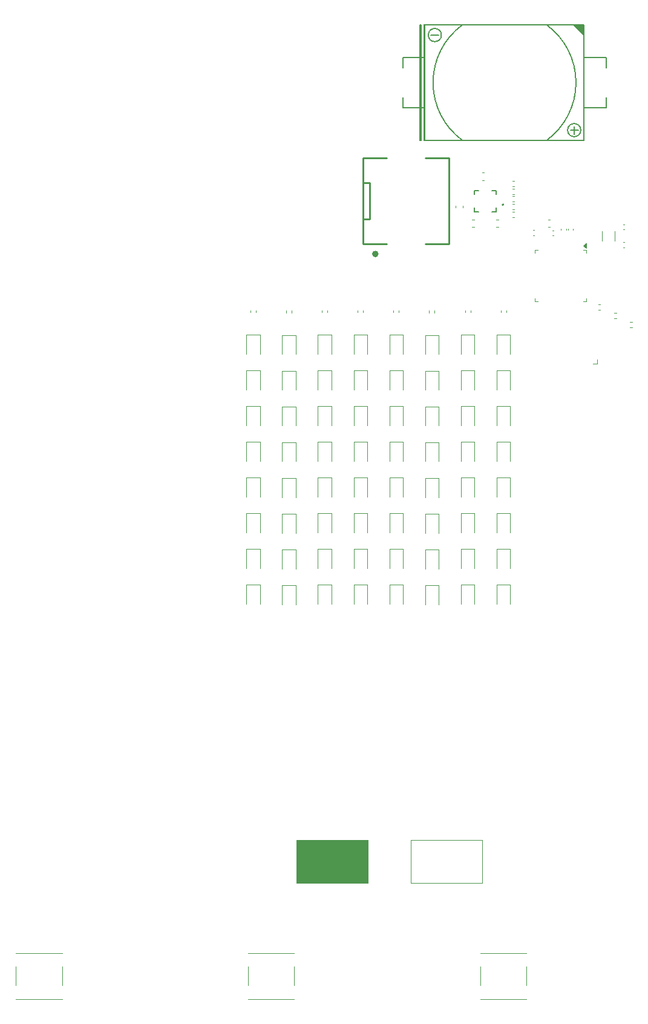
<source format=gbr>
%TF.GenerationSoftware,KiCad,Pcbnew,8.0.6*%
%TF.CreationDate,2024-10-30T01:37:24+00:00*%
%TF.ProjectId,Chirstmas-Card,43686972-7374-46d6-9173-2d436172642e,rev?*%
%TF.SameCoordinates,Original*%
%TF.FileFunction,Legend,Top*%
%TF.FilePolarity,Positive*%
%FSLAX46Y46*%
G04 Gerber Fmt 4.6, Leading zero omitted, Abs format (unit mm)*
G04 Created by KiCad (PCBNEW 8.0.6) date 2024-10-30 01:37:24*
%MOMM*%
%LPD*%
G01*
G04 APERTURE LIST*
%ADD10C,0.100000*%
%ADD11C,0.500000*%
%ADD12C,0.254000*%
%ADD13C,0.120000*%
%ADD14C,0.127000*%
%ADD15C,0.200000*%
%ADD16C,0.152000*%
%ADD17C,0.152500*%
%ADD18C,0.000000*%
G04 APERTURE END LIST*
D10*
X112000000Y-149000000D02*
X122000000Y-149000000D01*
X122000000Y-155000000D01*
X112000000Y-155000000D01*
X112000000Y-149000000D01*
X96000000Y-149000000D02*
X106000000Y-149000000D01*
X106000000Y-155000000D01*
X96000000Y-155000000D01*
X96000000Y-149000000D01*
G36*
X96000000Y-149000000D02*
G01*
X106000000Y-149000000D01*
X106000000Y-155000000D01*
X96000000Y-155000000D01*
X96000000Y-149000000D01*
G37*
D11*
%TO.C,LS1*%
X107275000Y-66975000D02*
G75*
G02*
X106875000Y-66975000I-200000J0D01*
G01*
X106875000Y-66975000D02*
G75*
G02*
X107275000Y-66975000I200000J0D01*
G01*
D12*
X105375000Y-53575000D02*
X105375000Y-65575000D01*
X105375000Y-57040000D02*
X106275000Y-57040000D01*
X105375000Y-65575000D02*
X108644000Y-65575000D01*
X106275000Y-57040000D02*
X106275000Y-62075000D01*
X106275000Y-62075000D02*
X105375000Y-62075000D01*
X108644000Y-53575000D02*
X105375000Y-53575000D01*
X114106000Y-65575000D02*
X117375000Y-65575000D01*
X117375000Y-53575000D02*
X114106000Y-53575000D01*
X117375000Y-65575000D02*
X117375000Y-53575000D01*
D13*
%TO.C,R16*%
X126243859Y-61045000D02*
X126551141Y-61045000D01*
X126243859Y-61805000D02*
X126551141Y-61805000D01*
%TO.C,R15*%
X126551141Y-60730000D02*
X126243859Y-60730000D01*
X126551141Y-59970000D02*
X126243859Y-59970000D01*
%TO.C,Y1*%
X140550000Y-63775000D02*
X140550000Y-65125000D01*
X138800000Y-63775000D02*
X138800000Y-65125000D01*
D14*
%TO.C,U1*%
X123950000Y-61075000D02*
X123950000Y-60525000D01*
X123950000Y-61075000D02*
X123400000Y-61075000D01*
X123950000Y-58075000D02*
X123950000Y-58625000D01*
X123950000Y-58075000D02*
X123400000Y-58075000D01*
X120950000Y-61075000D02*
X121500000Y-61075000D01*
X120950000Y-61075000D02*
X120950000Y-60525000D01*
X120950000Y-58075000D02*
X121500000Y-58075000D01*
X120950000Y-58075000D02*
X120950000Y-58625000D01*
D15*
X125020000Y-60075000D02*
G75*
G02*
X124820000Y-60075000I-100000J0D01*
G01*
X124820000Y-60075000D02*
G75*
G02*
X125020000Y-60075000I100000J0D01*
G01*
D13*
%TO.C,SW3*%
X128230000Y-171230000D02*
X121770000Y-171230000D01*
X128230000Y-171200000D02*
X128230000Y-171230000D01*
X128230000Y-169300000D02*
X128230000Y-166700000D01*
X128230000Y-164770000D02*
X128230000Y-164800000D01*
X128230000Y-164770000D02*
X121770000Y-164770000D01*
X121770000Y-171230000D02*
X121770000Y-171200000D01*
X121770000Y-169300000D02*
X121770000Y-166700000D01*
X121770000Y-164770000D02*
X121770000Y-164800000D01*
%TO.C,SW2*%
X95730000Y-171230000D02*
X89270000Y-171230000D01*
X95730000Y-171200000D02*
X95730000Y-171230000D01*
X95730000Y-169300000D02*
X95730000Y-166700000D01*
X95730000Y-164770000D02*
X95730000Y-164800000D01*
X95730000Y-164770000D02*
X89270000Y-164770000D01*
X89270000Y-171230000D02*
X89270000Y-171200000D01*
X89270000Y-169300000D02*
X89270000Y-166700000D01*
X89270000Y-164770000D02*
X89270000Y-164800000D01*
%TO.C,SW1*%
X63230000Y-171230000D02*
X56770000Y-171230000D01*
X63230000Y-171200000D02*
X63230000Y-171230000D01*
X63230000Y-169300000D02*
X63230000Y-166700000D01*
X63230000Y-164770000D02*
X63230000Y-164800000D01*
X63230000Y-164770000D02*
X56770000Y-164770000D01*
X56770000Y-171230000D02*
X56770000Y-171200000D01*
X56770000Y-169300000D02*
X56770000Y-166700000D01*
X56770000Y-164770000D02*
X56770000Y-164800000D01*
%TO.C,R14*%
X126243859Y-56795000D02*
X126551141Y-56795000D01*
X126243859Y-57555000D02*
X126551141Y-57555000D01*
%TO.C,R13*%
X142686359Y-76470000D02*
X142993641Y-76470000D01*
X142686359Y-77230000D02*
X142993641Y-77230000D01*
%TO.C,R12*%
X140496359Y-75220000D02*
X140803641Y-75220000D01*
X140496359Y-75980000D02*
X140803641Y-75980000D01*
%TO.C,R11*%
X126551141Y-59680000D02*
X126243859Y-59680000D01*
X126551141Y-58920000D02*
X126243859Y-58920000D01*
%TO.C,R10*%
X126243859Y-57845000D02*
X126551141Y-57845000D01*
X126243859Y-58605000D02*
X126551141Y-58605000D01*
%TO.C,R9*%
X138246359Y-74020000D02*
X138553641Y-74020000D01*
X138246359Y-74780000D02*
X138553641Y-74780000D01*
%TO.C,R8*%
X125380000Y-74846359D02*
X125380000Y-75153641D01*
X124620000Y-74846359D02*
X124620000Y-75153641D01*
%TO.C,R7*%
X120380000Y-74846359D02*
X120380000Y-75153641D01*
X119620000Y-74846359D02*
X119620000Y-75153641D01*
%TO.C,R6*%
X115380000Y-74908858D02*
X115380000Y-75216140D01*
X114620000Y-74908858D02*
X114620000Y-75216140D01*
%TO.C,R5*%
X110380000Y-74846359D02*
X110380000Y-75153641D01*
X109620000Y-74846359D02*
X109620000Y-75153641D01*
%TO.C,R4*%
X105380000Y-74846359D02*
X105380000Y-75153641D01*
X104620000Y-74846359D02*
X104620000Y-75153641D01*
%TO.C,R3*%
X100380000Y-74846359D02*
X100380000Y-75153641D01*
X99620000Y-74846359D02*
X99620000Y-75153641D01*
%TO.C,R2*%
X95380000Y-74908858D02*
X95380000Y-75216140D01*
X94620000Y-74908858D02*
X94620000Y-75216140D01*
%TO.C,R1*%
X90380000Y-74846359D02*
X90380000Y-75153641D01*
X89620000Y-74846359D02*
X89620000Y-75153641D01*
%TO.C,C11*%
X131515580Y-63210000D02*
X131234420Y-63210000D01*
X131515580Y-62190000D02*
X131234420Y-62190000D01*
%TO.C,C10*%
X132057836Y-64385000D02*
X131842164Y-64385000D01*
X132057836Y-63665000D02*
X131842164Y-63665000D01*
%TO.C,C9*%
X134040000Y-63632836D02*
X134040000Y-63417164D01*
X134760000Y-63632836D02*
X134760000Y-63417164D01*
%TO.C,C8*%
X133040000Y-63632836D02*
X133040000Y-63417164D01*
X133760000Y-63632836D02*
X133760000Y-63417164D01*
%TO.C,C7*%
X129332836Y-64360000D02*
X129117164Y-64360000D01*
X129332836Y-63640000D02*
X129117164Y-63640000D01*
%TO.C,C6*%
X141717164Y-65340000D02*
X141932836Y-65340000D01*
X141717164Y-66060000D02*
X141932836Y-66060000D01*
%TO.C,C5*%
X141717164Y-62840000D02*
X141932836Y-62840000D01*
X141717164Y-63560000D02*
X141932836Y-63560000D01*
%TO.C,C4*%
X119307500Y-60209420D02*
X119307500Y-60490580D01*
X118287500Y-60209420D02*
X118287500Y-60490580D01*
%TO.C,C3*%
X122313080Y-56635000D02*
X122031920Y-56635000D01*
X122313080Y-55615000D02*
X122031920Y-55615000D01*
D16*
%TO.C,BT1*%
X110900000Y-39500000D02*
X110900000Y-40920000D01*
X110900000Y-39500000D02*
X114023500Y-39500000D01*
X110900000Y-46500000D02*
X110900000Y-45080000D01*
X110900000Y-46500000D02*
X114023500Y-46500000D01*
X113350000Y-34926500D02*
X113500000Y-34926500D01*
D17*
X113350000Y-34950000D02*
X113350000Y-51052500D01*
D16*
X113500000Y-34926500D02*
X113500000Y-51076000D01*
X113500000Y-51076000D02*
X113350000Y-51076000D01*
D17*
X114024000Y-34924000D02*
X136276000Y-34924000D01*
X114024000Y-51076000D02*
X136276000Y-51076000D01*
D16*
X115950000Y-36350000D02*
X114850000Y-36350000D01*
X134350000Y-49650000D02*
X135450000Y-49650000D01*
X134790000Y-34924000D02*
X134814500Y-34924000D01*
X134814500Y-34924000D02*
X136276000Y-36385500D01*
X134900000Y-50200000D02*
X134900000Y-49100000D01*
D17*
X136276000Y-34924000D02*
X136276000Y-41017000D01*
D16*
X136276000Y-41017000D02*
X136276000Y-45057000D01*
D17*
X136276000Y-51076000D02*
X136276000Y-44983000D01*
D16*
X139400000Y-39500000D02*
X136276000Y-39500000D01*
X139400000Y-39500000D02*
X139400000Y-40920000D01*
X139400000Y-46500000D02*
X136276000Y-46500000D01*
X139400000Y-46500000D02*
X139400000Y-45080000D01*
X119245000Y-51070500D02*
G75*
G02*
X119253500Y-34923500I5904792J8070394D01*
G01*
X131055000Y-34929500D02*
G75*
G02*
X131046500Y-51076500I-5904792J-8070394D01*
G01*
X116318000Y-36350000D02*
G75*
G02*
X114482000Y-36350000I-918000J0D01*
G01*
X114482000Y-36350000D02*
G75*
G02*
X116318000Y-36350000I918000J0D01*
G01*
X135818000Y-49650000D02*
G75*
G02*
X133982000Y-49650000I-918000J0D01*
G01*
X133982000Y-49650000D02*
G75*
G02*
X135818000Y-49650000I918000J0D01*
G01*
D18*
G36*
X136276000Y-36396000D02*
G01*
X134802000Y-34924000D01*
X136276000Y-34924000D01*
X136276000Y-36396000D01*
G37*
G36*
X114100000Y-51152500D02*
G01*
X113795000Y-51152500D01*
X113795000Y-44932500D01*
X114100000Y-44932500D01*
X114100000Y-51152500D01*
G37*
G36*
X114100000Y-44950000D02*
G01*
X113800000Y-45000000D01*
X113795000Y-41067500D01*
X113795000Y-34847500D01*
X114100000Y-34847500D01*
X114100000Y-44950000D01*
G37*
D13*
%TO.C,C1*%
X124288080Y-63210000D02*
X124006920Y-63210000D01*
X124288080Y-62190000D02*
X124006920Y-62190000D01*
%TO.C,D43*%
X110960000Y-103252502D02*
X109040000Y-103252502D01*
X109040000Y-103252502D02*
X109040000Y-105937501D01*
X110960000Y-105937501D02*
X110960000Y-103252502D01*
%TO.C,D48*%
X95960000Y-103315001D02*
X94040000Y-103315001D01*
X94040000Y-103315001D02*
X94040000Y-106000000D01*
X95960000Y-106000000D02*
X95960000Y-103315001D01*
%TO.C,D59*%
X110960000Y-113252502D02*
X109040000Y-113252502D01*
X109040000Y-113252502D02*
X109040000Y-115937501D01*
X110960000Y-115937501D02*
X110960000Y-113252502D01*
%TO.C,D44*%
X115960000Y-103315001D02*
X114040000Y-103315001D01*
X114040000Y-103315001D02*
X114040000Y-106000000D01*
X115960000Y-106000000D02*
X115960000Y-103315001D01*
%TO.C,D52*%
X115960000Y-108315001D02*
X114040000Y-108315001D01*
X114040000Y-108315001D02*
X114040000Y-111000000D01*
X115960000Y-111000000D02*
X115960000Y-108315001D01*
%TO.C,D3*%
X110960000Y-78252502D02*
X109040000Y-78252502D01*
X109040000Y-78252502D02*
X109040000Y-80937501D01*
X110960000Y-80937501D02*
X110960000Y-78252502D01*
%TO.C,D49*%
X100960000Y-108252502D02*
X99040000Y-108252502D01*
X99040000Y-108252502D02*
X99040000Y-110937501D01*
X100960000Y-110937501D02*
X100960000Y-108252502D01*
%TO.C,D23*%
X90960000Y-88252502D02*
X89040000Y-88252502D01*
X89040000Y-88252502D02*
X89040000Y-90937501D01*
X90960000Y-90937501D02*
X90960000Y-88252502D01*
%TO.C,U2*%
X136610000Y-66390000D02*
X136160000Y-66390000D01*
X129390000Y-66390000D02*
X129840000Y-66390000D01*
X136610000Y-66840000D02*
X136610000Y-66390000D01*
X129390000Y-66840000D02*
X129390000Y-66390000D01*
X136610000Y-73160000D02*
X136610000Y-73610000D01*
X129390000Y-73160000D02*
X129390000Y-73610000D01*
X136610000Y-73610000D02*
X136160000Y-73610000D01*
X129390000Y-73610000D02*
X129840000Y-73610000D01*
X136630000Y-66140000D02*
X136160000Y-65800000D01*
X136630000Y-65460000D01*
X136630000Y-66140000D01*
G36*
X136630000Y-66140000D02*
G01*
X136160000Y-65800000D01*
X136630000Y-65460000D01*
X136630000Y-66140000D01*
G37*
%TO.C,D5*%
X120960000Y-78252502D02*
X119040000Y-78252502D01*
X119040000Y-78252502D02*
X119040000Y-80937501D01*
X120960000Y-80937501D02*
X120960000Y-78252502D01*
%TO.C,D50*%
X105960000Y-108252502D02*
X104040000Y-108252502D01*
X104040000Y-108252502D02*
X104040000Y-110937501D01*
X105960000Y-110937501D02*
X105960000Y-108252502D01*
%TO.C,D61*%
X120960000Y-113252502D02*
X119040000Y-113252502D01*
X119040000Y-113252502D02*
X119040000Y-115937501D01*
X120960000Y-115937501D02*
X120960000Y-113252502D01*
%TO.C,D46*%
X125960000Y-103252502D02*
X124040000Y-103252502D01*
X124040000Y-103252502D02*
X124040000Y-105937501D01*
X125960000Y-105937501D02*
X125960000Y-103252502D01*
%TO.C,D56*%
X95960000Y-108315001D02*
X94040000Y-108315001D01*
X94040000Y-108315001D02*
X94040000Y-111000000D01*
X95960000Y-111000000D02*
X95960000Y-108315001D01*
%TO.C,D29*%
X120960000Y-93252502D02*
X119040000Y-93252502D01*
X119040000Y-93252502D02*
X119040000Y-95937501D01*
X120960000Y-95937501D02*
X120960000Y-93252502D01*
%TO.C,D38*%
X125960000Y-98252502D02*
X124040000Y-98252502D01*
X124040000Y-98252502D02*
X124040000Y-100937501D01*
X125960000Y-100937501D02*
X125960000Y-98252502D01*
%TO.C,D2*%
X105960000Y-78252502D02*
X104040000Y-78252502D01*
X104040000Y-78252502D02*
X104040000Y-80937501D01*
X105960000Y-80937501D02*
X105960000Y-78252502D01*
%TO.C,D55*%
X90960000Y-108252502D02*
X89040000Y-108252502D01*
X89040000Y-108252502D02*
X89040000Y-110937501D01*
X90960000Y-110937501D02*
X90960000Y-108252502D01*
%TO.C,D40*%
X95960000Y-98315001D02*
X94040000Y-98315001D01*
X94040000Y-98315001D02*
X94040000Y-101000000D01*
X95960000Y-101000000D02*
X95960000Y-98315001D01*
%TO.C,D41*%
X100960000Y-103252502D02*
X99040000Y-103252502D01*
X99040000Y-103252502D02*
X99040000Y-105937501D01*
X100960000Y-105937501D02*
X100960000Y-103252502D01*
%TO.C,D1*%
X100960000Y-78252502D02*
X99040000Y-78252502D01*
X99040000Y-78252502D02*
X99040000Y-80937501D01*
X100960000Y-80937501D02*
X100960000Y-78252502D01*
%TO.C,D11*%
X110960000Y-83252502D02*
X109040000Y-83252502D01*
X109040000Y-83252502D02*
X109040000Y-85937501D01*
X110960000Y-85937501D02*
X110960000Y-83252502D01*
%TO.C,D10*%
X105960000Y-83252502D02*
X104040000Y-83252502D01*
X104040000Y-83252502D02*
X104040000Y-85937501D01*
X105960000Y-85937501D02*
X105960000Y-83252502D01*
%TO.C,D42*%
X105960000Y-103252502D02*
X104040000Y-103252502D01*
X104040000Y-103252502D02*
X104040000Y-105937501D01*
X105960000Y-105937501D02*
X105960000Y-103252502D01*
%TO.C,D31*%
X90960000Y-93252502D02*
X89040000Y-93252502D01*
X89040000Y-93252502D02*
X89040000Y-95937501D01*
X90960000Y-95937501D02*
X90960000Y-93252502D01*
%TO.C,D20*%
X115960000Y-88315001D02*
X114040000Y-88315001D01*
X114040000Y-88315001D02*
X114040000Y-91000000D01*
X115960000Y-91000000D02*
X115960000Y-88315001D01*
%TO.C,D47*%
X90960000Y-103252502D02*
X89040000Y-103252502D01*
X89040000Y-103252502D02*
X89040000Y-105937501D01*
X90960000Y-105937501D02*
X90960000Y-103252502D01*
%TO.C,D39*%
X90960000Y-98252502D02*
X89040000Y-98252502D01*
X89040000Y-98252502D02*
X89040000Y-100937501D01*
X90960000Y-100937501D02*
X90960000Y-98252502D01*
%TO.C,D35*%
X110960000Y-98252502D02*
X109040000Y-98252502D01*
X109040000Y-98252502D02*
X109040000Y-100937501D01*
X110960000Y-100937501D02*
X110960000Y-98252502D01*
%TO.C,J1*%
X138120000Y-82355000D02*
X137485000Y-82355000D01*
X138120000Y-81720000D02*
X138120000Y-82355000D01*
%TO.C,D15*%
X90960000Y-83252502D02*
X89040000Y-83252502D01*
X89040000Y-83252502D02*
X89040000Y-85937501D01*
X90960000Y-85937501D02*
X90960000Y-83252502D01*
%TO.C,D25*%
X100960000Y-93252502D02*
X99040000Y-93252502D01*
X99040000Y-93252502D02*
X99040000Y-95937501D01*
X100960000Y-95937501D02*
X100960000Y-93252502D01*
%TO.C,D64*%
X95960000Y-113315001D02*
X94040000Y-113315001D01*
X94040000Y-113315001D02*
X94040000Y-116000000D01*
X95960000Y-116000000D02*
X95960000Y-113315001D01*
%TO.C,D60*%
X115960000Y-113315001D02*
X114040000Y-113315001D01*
X114040000Y-113315001D02*
X114040000Y-116000000D01*
X115960000Y-116000000D02*
X115960000Y-113315001D01*
%TO.C,D4*%
X115960000Y-78315001D02*
X114040000Y-78315001D01*
X114040000Y-78315001D02*
X114040000Y-81000000D01*
X115960000Y-81000000D02*
X115960000Y-78315001D01*
%TO.C,D36*%
X115960000Y-98315001D02*
X114040000Y-98315001D01*
X114040000Y-98315001D02*
X114040000Y-101000000D01*
X115960000Y-101000000D02*
X115960000Y-98315001D01*
%TO.C,D62*%
X125960000Y-113252502D02*
X124040000Y-113252502D01*
X124040000Y-113252502D02*
X124040000Y-115937501D01*
X125960000Y-115937501D02*
X125960000Y-113252502D01*
%TO.C,D14*%
X125960000Y-83252502D02*
X124040000Y-83252502D01*
X124040000Y-83252502D02*
X124040000Y-85937501D01*
X125960000Y-85937501D02*
X125960000Y-83252502D01*
%TO.C,D17*%
X100960000Y-88252502D02*
X99040000Y-88252502D01*
X99040000Y-88252502D02*
X99040000Y-90937501D01*
X100960000Y-90937501D02*
X100960000Y-88252502D01*
%TO.C,D57*%
X100960000Y-113252502D02*
X99040000Y-113252502D01*
X99040000Y-113252502D02*
X99040000Y-115937501D01*
X100960000Y-115937501D02*
X100960000Y-113252502D01*
%TO.C,D32*%
X95960000Y-93315001D02*
X94040000Y-93315001D01*
X94040000Y-93315001D02*
X94040000Y-96000000D01*
X95960000Y-96000000D02*
X95960000Y-93315001D01*
%TO.C,D28*%
X115960000Y-93315001D02*
X114040000Y-93315001D01*
X114040000Y-93315001D02*
X114040000Y-96000000D01*
X115960000Y-96000000D02*
X115960000Y-93315001D01*
%TO.C,D7*%
X90960000Y-78252502D02*
X89040000Y-78252502D01*
X89040000Y-78252502D02*
X89040000Y-80937501D01*
X90960000Y-80937501D02*
X90960000Y-78252502D01*
%TO.C,D37*%
X120960000Y-98252502D02*
X119040000Y-98252502D01*
X119040000Y-98252502D02*
X119040000Y-100937501D01*
X120960000Y-100937501D02*
X120960000Y-98252502D01*
%TO.C,D54*%
X125960000Y-108252502D02*
X124040000Y-108252502D01*
X124040000Y-108252502D02*
X124040000Y-110937501D01*
X125960000Y-110937501D02*
X125960000Y-108252502D01*
%TO.C,D58*%
X105960000Y-113252502D02*
X104040000Y-113252502D01*
X104040000Y-113252502D02*
X104040000Y-115937501D01*
X105960000Y-115937501D02*
X105960000Y-113252502D01*
%TO.C,D63*%
X90960000Y-113252502D02*
X89040000Y-113252502D01*
X89040000Y-113252502D02*
X89040000Y-115937501D01*
X90960000Y-115937501D02*
X90960000Y-113252502D01*
%TO.C,D6*%
X125960000Y-78252502D02*
X124040000Y-78252502D01*
X124040000Y-78252502D02*
X124040000Y-80937501D01*
X125960000Y-80937501D02*
X125960000Y-78252502D01*
%TO.C,D27*%
X110960000Y-93252502D02*
X109040000Y-93252502D01*
X109040000Y-93252502D02*
X109040000Y-95937501D01*
X110960000Y-95937501D02*
X110960000Y-93252502D01*
%TO.C,D18*%
X105960000Y-88252502D02*
X104040000Y-88252502D01*
X104040000Y-88252502D02*
X104040000Y-90937501D01*
X105960000Y-90937501D02*
X105960000Y-88252502D01*
%TO.C,D24*%
X95960000Y-88315001D02*
X94040000Y-88315001D01*
X94040000Y-88315001D02*
X94040000Y-91000000D01*
X95960000Y-91000000D02*
X95960000Y-88315001D01*
%TO.C,D12*%
X115960000Y-83315001D02*
X114040000Y-83315001D01*
X114040000Y-83315001D02*
X114040000Y-86000000D01*
X115960000Y-86000000D02*
X115960000Y-83315001D01*
%TO.C,D34*%
X105960000Y-98252502D02*
X104040000Y-98252502D01*
X104040000Y-98252502D02*
X104040000Y-100937501D01*
X105960000Y-100937501D02*
X105960000Y-98252502D01*
%TO.C,D8*%
X95960000Y-78315001D02*
X94040000Y-78315001D01*
X94040000Y-78315001D02*
X94040000Y-81000000D01*
X95960000Y-81000000D02*
X95960000Y-78315001D01*
%TO.C,D9*%
X100960000Y-83252502D02*
X99040000Y-83252502D01*
X99040000Y-83252502D02*
X99040000Y-85937501D01*
X100960000Y-85937501D02*
X100960000Y-83252502D01*
%TO.C,D33*%
X100960000Y-98252502D02*
X99040000Y-98252502D01*
X99040000Y-98252502D02*
X99040000Y-100937501D01*
X100960000Y-100937501D02*
X100960000Y-98252502D01*
%TO.C,D19*%
X110960000Y-88252502D02*
X109040000Y-88252502D01*
X109040000Y-88252502D02*
X109040000Y-90937501D01*
X110960000Y-90937501D02*
X110960000Y-88252502D01*
%TO.C,C2*%
X120606920Y-62190000D02*
X120888080Y-62190000D01*
X120606920Y-63210000D02*
X120888080Y-63210000D01*
%TO.C,D30*%
X125960000Y-93252502D02*
X124040000Y-93252502D01*
X124040000Y-93252502D02*
X124040000Y-95937501D01*
X125960000Y-95937501D02*
X125960000Y-93252502D01*
%TO.C,D45*%
X120960000Y-103252502D02*
X119040000Y-103252502D01*
X119040000Y-103252502D02*
X119040000Y-105937501D01*
X120960000Y-105937501D02*
X120960000Y-103252502D01*
%TO.C,D53*%
X120960000Y-108252502D02*
X119040000Y-108252502D01*
X119040000Y-108252502D02*
X119040000Y-110937501D01*
X120960000Y-110937501D02*
X120960000Y-108252502D01*
%TO.C,D26*%
X105960000Y-93252502D02*
X104040000Y-93252502D01*
X104040000Y-93252502D02*
X104040000Y-95937501D01*
X105960000Y-95937501D02*
X105960000Y-93252502D01*
%TO.C,D16*%
X95960000Y-83315001D02*
X94040000Y-83315001D01*
X94040000Y-83315001D02*
X94040000Y-86000000D01*
X95960000Y-86000000D02*
X95960000Y-83315001D01*
%TO.C,D51*%
X110960000Y-108252502D02*
X109040000Y-108252502D01*
X109040000Y-108252502D02*
X109040000Y-110937501D01*
X110960000Y-110937501D02*
X110960000Y-108252502D01*
%TO.C,D22*%
X125960000Y-88252502D02*
X124040000Y-88252502D01*
X124040000Y-88252502D02*
X124040000Y-90937501D01*
X125960000Y-90937501D02*
X125960000Y-88252502D01*
%TO.C,D21*%
X120960000Y-88252502D02*
X119040000Y-88252502D01*
X119040000Y-88252502D02*
X119040000Y-90937501D01*
X120960000Y-90937501D02*
X120960000Y-88252502D01*
%TO.C,D13*%
X120960000Y-83252502D02*
X119040000Y-83252502D01*
X119040000Y-83252502D02*
X119040000Y-85937501D01*
X120960000Y-85937501D02*
X120960000Y-83252502D01*
%TD*%
M02*

</source>
